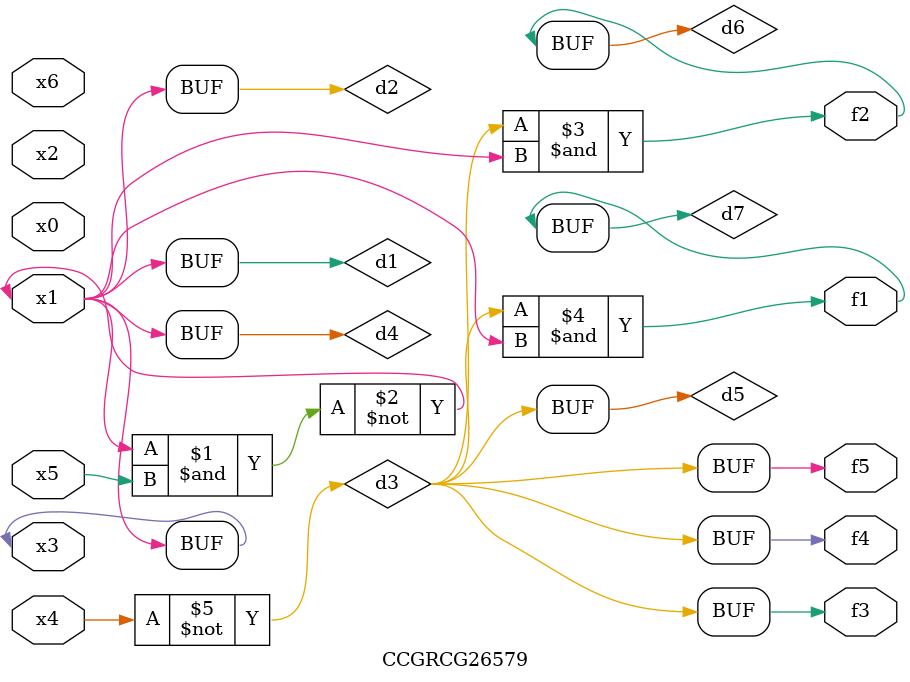
<source format=v>
module CCGRCG26579(
	input x0, x1, x2, x3, x4, x5, x6,
	output f1, f2, f3, f4, f5
);

	wire d1, d2, d3, d4, d5, d6, d7;

	buf (d1, x1, x3);
	nand (d2, x1, x5);
	not (d3, x4);
	buf (d4, d1, d2);
	buf (d5, d3);
	and (d6, d3, d4);
	and (d7, d3, d4);
	assign f1 = d7;
	assign f2 = d6;
	assign f3 = d5;
	assign f4 = d5;
	assign f5 = d5;
endmodule

</source>
